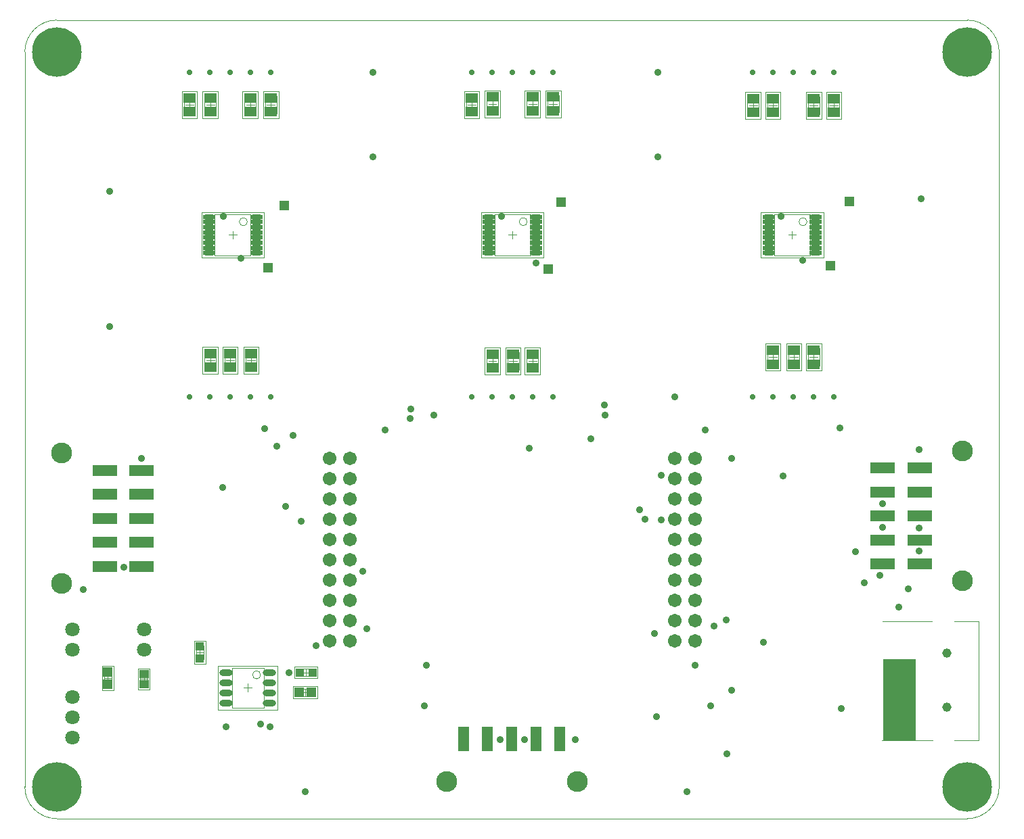
<source format=gbs>
G04*
G04 #@! TF.GenerationSoftware,Altium Limited,Altium Designer,18.1.11 (251)*
G04*
G04 Layer_Color=16711935*
%FSLAX25Y25*%
%MOIN*%
G70*
G01*
G75*
%ADD13C,0.00394*%
%ADD14R,0.15945X0.40158*%
%ADD15C,0.00197*%
%ADD20C,0.07099*%
%ADD21C,0.06706*%
%ADD22C,0.02769*%
%ADD23C,0.03556*%
%ADD24C,0.10288*%
%ADD25C,0.04540*%
%ADD26C,0.24422*%
%ADD46R,0.04737X0.04934*%
%ADD47R,0.04540X0.04147*%
%ADD48R,0.04343X0.04147*%
%ADD49R,0.12296X0.05800*%
%ADD50R,0.05800X0.12296*%
%ADD51R,0.06312X0.05131*%
%ADD52O,0.06509X0.03162*%
%ADD53O,0.06312X0.02572*%
%ADD54R,0.04147X0.04343*%
%ADD55R,0.04934X0.04737*%
D13*
X577461Y406496D02*
X602067D01*
X577362Y347638D02*
X602165D01*
X624803D02*
Y406496D01*
X612894D02*
X624803D01*
X612894Y347638D02*
X624803D01*
X155118Y324803D02*
G03*
X170866Y309055I15748J0D01*
G01*
X619291D02*
G03*
X635039Y324803I0J15748D01*
G01*
Y687008D02*
G03*
X619291Y702756I-15748J0D01*
G01*
X170866D02*
G03*
X155118Y687008I0J-15748D01*
G01*
X170866Y309055D02*
X619291Y309055D01*
X170866Y702756D02*
X619291Y702756D01*
X155118Y324803D02*
X155118Y687008D01*
X635039Y324803D02*
X635039Y687008D01*
X271260Y379921D02*
G03*
X271260Y379921I-1969J0D01*
G01*
X540354Y603346D02*
G03*
X540354Y603346I-1969J0D01*
G01*
X402559D02*
G03*
X402559Y603346I-1969J0D01*
G01*
X264764D02*
G03*
X264764Y603346I-1969J0D01*
G01*
X211910Y374606D02*
Y381299D01*
X215650Y374606D02*
Y381299D01*
X211910D02*
X215650D01*
X211910Y374606D02*
X215650D01*
X194095Y374803D02*
Y381890D01*
X198031Y374803D02*
Y381890D01*
X194095D02*
X198031D01*
X194095Y374803D02*
X198031D01*
X239567Y387598D02*
X243110D01*
X239567Y394291D02*
X243110D01*
Y387598D02*
Y394291D01*
X239567Y387598D02*
Y394291D01*
X243701Y656791D02*
Y665256D01*
X249213Y656791D02*
Y665256D01*
X243701D02*
X249213D01*
X243701Y656791D02*
X249213D01*
X272835Y363779D02*
Y383465D01*
X257087Y363779D02*
Y383465D01*
X272835D01*
X257087Y363779D02*
X272835D01*
X524213Y586811D02*
X541929D01*
X524213Y606890D02*
X541929D01*
X524213Y586811D02*
Y606890D01*
X541929Y586811D02*
Y606890D01*
X386417Y586811D02*
X404134D01*
X386417Y606890D02*
X404134D01*
X386417Y586811D02*
Y606890D01*
X404134Y586811D02*
Y606890D01*
X248622Y586811D02*
X266339D01*
X248622Y606890D02*
X266339D01*
X248622Y586811D02*
Y606890D01*
X266339Y586811D02*
Y606890D01*
X290354Y382874D02*
X297047D01*
X290354Y379331D02*
X297047D01*
Y382874D01*
X290354Y379331D02*
Y382874D01*
X540945Y656398D02*
X546457D01*
X540945Y664862D02*
X546457D01*
Y656398D02*
Y664862D01*
X540945Y656398D02*
Y664862D01*
X550787Y656398D02*
X556299D01*
X550787Y664862D02*
X556299D01*
Y656398D02*
Y664862D01*
X550787Y656398D02*
Y664862D01*
X540945Y540846D02*
X546457D01*
X540945Y532382D02*
X546457D01*
X540945D02*
Y540846D01*
X546457Y532382D02*
Y540846D01*
X531102D02*
X536614D01*
X531102Y532382D02*
X536614D01*
X531102D02*
Y540846D01*
X536614Y532382D02*
Y540846D01*
X520866D02*
X526378D01*
X520866Y532382D02*
X526378D01*
X520866D02*
Y540846D01*
X526378Y532382D02*
Y540846D01*
X511024Y656398D02*
X516535D01*
X511024Y664862D02*
X516535D01*
Y656398D02*
Y664862D01*
X511024Y656398D02*
Y664862D01*
X520866Y656398D02*
X526378D01*
X520866Y664862D02*
X526378D01*
Y656398D02*
Y664862D01*
X520866Y656398D02*
Y664862D01*
X402362Y657185D02*
X407874D01*
X402362Y665650D02*
X407874D01*
Y657185D02*
Y665650D01*
X402362Y657185D02*
Y665650D01*
X263386Y656791D02*
X268898D01*
X263386Y665256D02*
X268898D01*
Y656791D02*
Y665256D01*
X263386Y656791D02*
Y665256D01*
X412598Y657185D02*
X418110D01*
X412598Y665650D02*
X418110D01*
Y657185D02*
Y665650D01*
X412598Y657185D02*
Y665650D01*
X273622Y656791D02*
X279134D01*
X273622Y665256D02*
X279134D01*
Y656791D02*
Y665256D01*
X273622Y656791D02*
Y665256D01*
X402362Y538878D02*
X407874D01*
X402362Y530413D02*
X407874D01*
X402362D02*
Y538878D01*
X407874Y530413D02*
Y538878D01*
X263779Y539272D02*
X269291D01*
X263779Y530807D02*
X269291D01*
X263779D02*
Y539272D01*
X269291Y530807D02*
Y539272D01*
X392913Y538878D02*
X398425D01*
X392913Y530413D02*
X398425D01*
X392913D02*
Y538878D01*
X398425Y530413D02*
Y538878D01*
X253543Y539272D02*
X259055D01*
X253543Y530807D02*
X259055D01*
X253543D02*
Y539272D01*
X259055Y530807D02*
Y539272D01*
X382677Y538878D02*
X388189D01*
X382677Y530413D02*
X388189D01*
X382677D02*
Y538878D01*
X388189Y530413D02*
Y538878D01*
X243701Y539272D02*
X249213D01*
X243701Y530807D02*
X249213D01*
X243701D02*
Y539272D01*
X249213Y530807D02*
Y539272D01*
X372441Y656791D02*
X377953D01*
X372441Y665256D02*
X377953D01*
Y656791D02*
Y665256D01*
X372441Y656791D02*
Y665256D01*
X233465Y656791D02*
X238976D01*
X233465Y665256D02*
X238976D01*
Y656791D02*
Y665256D01*
X233465Y656791D02*
Y665256D01*
X382677Y657185D02*
X388189D01*
X382677Y665650D02*
X388189D01*
Y657185D02*
Y665650D01*
X382677Y657185D02*
Y665650D01*
X296752Y369390D02*
Y373130D01*
X289862Y369390D02*
Y373130D01*
X296752D01*
X289862Y369390D02*
X296752D01*
X211910Y377953D02*
X215650D01*
X213779Y376083D02*
Y379823D01*
X194095Y378346D02*
X198031D01*
X196063Y376378D02*
Y380315D01*
X241339Y389173D02*
Y392717D01*
X239567Y390945D02*
X243110D01*
X244488Y661024D02*
X248425D01*
X246457Y659055D02*
Y662992D01*
X262992Y373622D02*
X266929D01*
X264961Y371654D02*
Y375590D01*
X533071Y594882D02*
Y598819D01*
X531102Y596850D02*
X535039D01*
X395276Y594882D02*
Y598819D01*
X393307Y596850D02*
X397244D01*
X257480Y594882D02*
Y598819D01*
X255512Y596850D02*
X259449D01*
X293701Y379331D02*
Y382874D01*
X291929Y381102D02*
X295472D01*
X543701Y658661D02*
Y662598D01*
X541732Y660630D02*
X545669D01*
X553543Y658661D02*
Y662598D01*
X551575Y660630D02*
X555512D01*
X543701Y534646D02*
Y538583D01*
X541732Y536614D02*
X545669D01*
X533858Y534646D02*
Y538583D01*
X531890Y536614D02*
X535827D01*
X523622Y534646D02*
Y538583D01*
X521654Y536614D02*
X525591D01*
X513779Y658661D02*
Y662598D01*
X511811Y660630D02*
X515748D01*
X523622Y658661D02*
Y662598D01*
X521654Y660630D02*
X525591D01*
X405118Y659449D02*
Y663386D01*
X403150Y661417D02*
X407087D01*
X266142Y659055D02*
Y662992D01*
X264173Y661024D02*
X268110D01*
X415354Y659449D02*
Y663386D01*
X413386Y661417D02*
X417323D01*
X276378Y659055D02*
Y662992D01*
X274410Y661024D02*
X278346D01*
X405118Y532677D02*
Y536614D01*
X403150Y534646D02*
X407087D01*
X266535Y533071D02*
Y537008D01*
X264567Y535039D02*
X268504D01*
X395669Y532677D02*
Y536614D01*
X393701Y534646D02*
X397638D01*
X256299Y533071D02*
Y537008D01*
X254331Y535039D02*
X258268D01*
X385433Y532677D02*
Y536614D01*
X383465Y534646D02*
X387402D01*
X246457Y533071D02*
Y537008D01*
X244488Y535039D02*
X248425D01*
X375197Y659055D02*
Y662992D01*
X373228Y661024D02*
X377165D01*
X236221Y659055D02*
Y662992D01*
X234252Y661024D02*
X238189D01*
X385433Y659449D02*
Y663386D01*
X383465Y661417D02*
X387402D01*
X291437Y371260D02*
X295177D01*
X293307Y369390D02*
Y373130D01*
D14*
X585925Y367814D02*
D03*
D15*
X210827Y372835D02*
Y383071D01*
X216732Y372835D02*
Y383071D01*
X210827D02*
X216732D01*
X210827Y372835D02*
X216732D01*
X193110Y372441D02*
Y384252D01*
X199016Y372441D02*
Y384252D01*
X193110D02*
X199016D01*
X193110Y372441D02*
X199016D01*
X238583Y385236D02*
X244094D01*
X238583Y396654D02*
X244094D01*
Y385236D02*
Y396654D01*
X238583Y385236D02*
Y396654D01*
X242717Y654331D02*
Y667717D01*
X250197Y654331D02*
Y667717D01*
X242717D02*
X250197D01*
X242717Y654331D02*
X250197D01*
X279528Y362795D02*
Y384449D01*
X250394Y362795D02*
Y384449D01*
X279528D01*
X250394Y362795D02*
X279528D01*
X517717Y585827D02*
X548425D01*
X517717Y607874D02*
X548425D01*
X517717Y585827D02*
Y607874D01*
X548425Y585827D02*
Y607874D01*
X379921Y585827D02*
X410630D01*
X379921Y607874D02*
X410630D01*
X379921Y585827D02*
Y607874D01*
X410630Y585827D02*
Y607874D01*
X242126Y585827D02*
X272835D01*
X242126Y607874D02*
X272835D01*
X242126Y585827D02*
Y607874D01*
X272835Y585827D02*
Y607874D01*
X287992Y383858D02*
X299410D01*
X287992Y378346D02*
X299410D01*
Y383858D01*
X287992Y378346D02*
Y383858D01*
X539961Y653937D02*
X547441D01*
X539961Y667323D02*
X547441D01*
Y653937D02*
Y667323D01*
X539961Y653937D02*
Y667323D01*
X549803Y653937D02*
X557283D01*
X549803Y667323D02*
X557283D01*
Y653937D02*
Y667323D01*
X549803Y653937D02*
Y667323D01*
X539961Y543307D02*
X547441D01*
X539961Y529921D02*
X547441D01*
X539961D02*
Y543307D01*
X547441Y529921D02*
Y543307D01*
X530118D02*
X537598D01*
X530118Y529921D02*
X537598D01*
X530118D02*
Y543307D01*
X537598Y529921D02*
Y543307D01*
X519882D02*
X527362D01*
X519882Y529921D02*
X527362D01*
X519882D02*
Y543307D01*
X527362Y529921D02*
Y543307D01*
X510039Y653937D02*
X517520D01*
X510039Y667323D02*
X517520D01*
Y653937D02*
Y667323D01*
X510039Y653937D02*
Y667323D01*
X519882Y653937D02*
X527362D01*
X519882Y667323D02*
X527362D01*
Y653937D02*
Y667323D01*
X519882Y653937D02*
Y667323D01*
X401378Y654724D02*
X408858D01*
X401378Y668110D02*
X408858D01*
Y654724D02*
Y668110D01*
X401378Y654724D02*
Y668110D01*
X262402Y654331D02*
X269882D01*
X262402Y667717D02*
X269882D01*
Y654331D02*
Y667717D01*
X262402Y654331D02*
Y667717D01*
X411614Y654724D02*
X419095D01*
X411614Y668110D02*
X419095D01*
Y654724D02*
Y668110D01*
X411614Y654724D02*
Y668110D01*
X272638Y654331D02*
X280118D01*
X272638Y667717D02*
X280118D01*
Y654331D02*
Y667717D01*
X272638Y654331D02*
Y667717D01*
X401378Y541339D02*
X408858D01*
X401378Y527953D02*
X408858D01*
X401378D02*
Y541339D01*
X408858Y527953D02*
Y541339D01*
X262795Y541732D02*
X270276D01*
X262795Y528346D02*
X270276D01*
X262795D02*
Y541732D01*
X270276Y528346D02*
Y541732D01*
X391929Y541339D02*
X399409D01*
X391929Y527953D02*
X399409D01*
X391929D02*
Y541339D01*
X399409Y527953D02*
Y541339D01*
X252559Y541732D02*
X260039D01*
X252559Y528346D02*
X260039D01*
X252559D02*
Y541732D01*
X260039Y528346D02*
Y541732D01*
X381693Y541339D02*
X389173D01*
X381693Y527953D02*
X389173D01*
X381693D02*
Y541339D01*
X389173Y527953D02*
Y541339D01*
X242717Y541732D02*
X250197D01*
X242717Y528346D02*
X250197D01*
X242717D02*
Y541732D01*
X250197Y528346D02*
Y541732D01*
X371457Y654331D02*
X378937D01*
X371457Y667717D02*
X378937D01*
Y654331D02*
Y667717D01*
X371457Y654331D02*
Y667717D01*
X232480Y654331D02*
X239961D01*
X232480Y667717D02*
X239961D01*
Y654331D02*
Y667717D01*
X232480Y654331D02*
Y667717D01*
X381693Y654724D02*
X389173D01*
X381693Y668110D02*
X389173D01*
Y654724D02*
Y668110D01*
X381693Y654724D02*
Y668110D01*
X299213Y368307D02*
Y374213D01*
X287402Y368307D02*
Y374213D01*
X299213D01*
X287402Y368307D02*
X299213D01*
D20*
X213779Y402362D02*
D03*
Y392362D02*
D03*
X178740Y402362D02*
D03*
Y392362D02*
D03*
Y369055D02*
D03*
Y359055D02*
D03*
Y349055D02*
D03*
D21*
X485354Y486614D02*
D03*
Y476614D02*
D03*
Y466614D02*
D03*
Y456614D02*
D03*
Y446614D02*
D03*
Y436614D02*
D03*
Y426614D02*
D03*
Y416614D02*
D03*
Y406614D02*
D03*
Y396614D02*
D03*
X475354Y486614D02*
D03*
Y476614D02*
D03*
Y466614D02*
D03*
Y456614D02*
D03*
Y446614D02*
D03*
Y436614D02*
D03*
Y426614D02*
D03*
Y416614D02*
D03*
Y406614D02*
D03*
Y396614D02*
D03*
X315354Y486614D02*
D03*
Y476614D02*
D03*
Y466614D02*
D03*
Y456614D02*
D03*
Y446614D02*
D03*
Y436614D02*
D03*
Y426614D02*
D03*
Y416614D02*
D03*
Y406614D02*
D03*
Y396614D02*
D03*
X305354Y486614D02*
D03*
Y476614D02*
D03*
Y466614D02*
D03*
Y456614D02*
D03*
Y446614D02*
D03*
Y436614D02*
D03*
Y426614D02*
D03*
Y416614D02*
D03*
Y406614D02*
D03*
Y396614D02*
D03*
D22*
X523543Y517165D02*
D03*
Y677165D02*
D03*
X533543Y517165D02*
D03*
Y677165D02*
D03*
X543543Y517165D02*
D03*
Y677165D02*
D03*
X513543Y517165D02*
D03*
Y677165D02*
D03*
X553543Y517165D02*
D03*
Y677165D02*
D03*
X385354Y516929D02*
D03*
Y676929D02*
D03*
X395354Y516929D02*
D03*
Y676929D02*
D03*
X405354Y516929D02*
D03*
Y676929D02*
D03*
X375354Y516929D02*
D03*
Y676929D02*
D03*
X415354Y516929D02*
D03*
Y676929D02*
D03*
X246378Y516929D02*
D03*
Y676929D02*
D03*
X256378Y516929D02*
D03*
Y676929D02*
D03*
X266378Y516929D02*
D03*
Y676929D02*
D03*
X236378Y516929D02*
D03*
Y676929D02*
D03*
X276378Y516929D02*
D03*
Y676929D02*
D03*
D23*
X481102Y322342D02*
D03*
X293307D02*
D03*
X596555Y614567D02*
D03*
X197047Y618405D02*
D03*
Y551772D02*
D03*
X252559Y472342D02*
D03*
X528543Y477953D02*
D03*
X403740Y491634D02*
D03*
X467028Y635335D02*
D03*
Y677067D02*
D03*
X326575Y635433D02*
D03*
Y677067D02*
D03*
X440551Y512992D02*
D03*
X273228Y501181D02*
D03*
X287402Y498032D02*
D03*
X279195Y492581D02*
D03*
X203937Y433071D02*
D03*
X465194Y400455D02*
D03*
X518898Y396063D02*
D03*
X485354Y384567D02*
D03*
X556692Y501574D02*
D03*
X433858Y496457D02*
D03*
X490158Y500787D02*
D03*
X457874Y461417D02*
D03*
X440945Y507874D02*
D03*
X460709Y456614D02*
D03*
X590158Y422441D02*
D03*
X585433Y413386D02*
D03*
X494487Y403936D02*
D03*
X500486Y407067D02*
D03*
X468504Y456299D02*
D03*
X332677Y500787D02*
D03*
X503150Y486614D02*
D03*
X576378Y429134D02*
D03*
X351969Y364567D02*
D03*
X275984Y354330D02*
D03*
X500787Y340945D02*
D03*
X254232Y354429D02*
D03*
X212598Y486614D02*
D03*
X389370Y348031D02*
D03*
X271260Y355512D02*
D03*
X345276Y511024D02*
D03*
X356614Y507874D02*
D03*
X401181Y348031D02*
D03*
X261614Y585335D02*
D03*
X538189Y584449D02*
D03*
X285103Y381122D02*
D03*
X298425Y394444D02*
D03*
X321654Y431102D02*
D03*
X568504Y425197D02*
D03*
X283465Y462992D02*
D03*
X577559Y464173D02*
D03*
X291339Y455512D02*
D03*
X564173Y440551D02*
D03*
X557087Y363386D02*
D03*
X183858Y422047D02*
D03*
X352836Y384565D02*
D03*
X492913Y364567D02*
D03*
X466240Y359350D02*
D03*
X595669Y490945D02*
D03*
X323622Y402756D02*
D03*
X503150Y372441D02*
D03*
X577559Y452756D02*
D03*
X344882Y506299D02*
D03*
X595669Y440945D02*
D03*
Y452362D02*
D03*
X475197Y516929D02*
D03*
X468504Y478346D02*
D03*
X406988Y583169D02*
D03*
X426378Y348031D02*
D03*
X527559Y605905D02*
D03*
X389764D02*
D03*
X252756D02*
D03*
D24*
X616968Y426181D02*
D03*
Y490354D02*
D03*
X173301Y425000D02*
D03*
Y489173D02*
D03*
X427106Y327264D02*
D03*
X362933D02*
D03*
D25*
X609154Y390748D02*
D03*
Y363976D02*
D03*
D26*
X619291Y324803D02*
D03*
Y687008D02*
D03*
X170866D02*
D03*
Y324803D02*
D03*
D46*
X561319Y613287D02*
D03*
X551772Y581791D02*
D03*
X419390Y612894D02*
D03*
X412894Y580118D02*
D03*
X274803Y580610D02*
D03*
X282972Y611319D02*
D03*
X196063Y381201D02*
D03*
Y375492D02*
D03*
D47*
X213779Y380413D02*
D03*
Y375492D02*
D03*
D48*
X241339Y387894D02*
D03*
Y393996D02*
D03*
D49*
X595787Y470079D02*
D03*
X577559D02*
D03*
X595787Y446457D02*
D03*
X577559D02*
D03*
X595787Y481890D02*
D03*
X577559D02*
D03*
X595787Y458268D02*
D03*
Y434646D02*
D03*
X577559D02*
D03*
Y458268D02*
D03*
X212710Y457087D02*
D03*
Y480709D02*
D03*
X194482D02*
D03*
Y457087D02*
D03*
X212710Y433465D02*
D03*
X194482D02*
D03*
X212710Y468898D02*
D03*
X194482D02*
D03*
X212710Y445276D02*
D03*
X194482D02*
D03*
D50*
X394882Y348425D02*
D03*
X371161D02*
D03*
X418602D02*
D03*
X383071D02*
D03*
X406791D02*
D03*
D51*
X246457Y664468D02*
D03*
Y657579D02*
D03*
X543701Y657185D02*
D03*
Y664075D02*
D03*
X553543Y657185D02*
D03*
Y664075D02*
D03*
X543701Y540059D02*
D03*
Y533169D02*
D03*
X533858Y540059D02*
D03*
Y533169D02*
D03*
X523622Y540059D02*
D03*
Y533169D02*
D03*
X513779Y657185D02*
D03*
Y664075D02*
D03*
X523622Y657185D02*
D03*
Y664075D02*
D03*
X405118Y657972D02*
D03*
Y664862D02*
D03*
X266142Y657579D02*
D03*
Y664468D02*
D03*
X415354Y657972D02*
D03*
Y664862D02*
D03*
X276378Y657579D02*
D03*
Y664468D02*
D03*
X405118Y538091D02*
D03*
Y531201D02*
D03*
X266535Y538484D02*
D03*
Y531595D02*
D03*
X395669Y538091D02*
D03*
Y531201D02*
D03*
X256299Y538484D02*
D03*
Y531595D02*
D03*
X385433Y538091D02*
D03*
Y531201D02*
D03*
X246457Y538484D02*
D03*
Y531595D02*
D03*
X375197Y657579D02*
D03*
Y664468D02*
D03*
X236221Y657579D02*
D03*
Y664468D02*
D03*
X385433Y657972D02*
D03*
Y664862D02*
D03*
D52*
X275689Y381122D02*
D03*
Y376122D02*
D03*
Y371122D02*
D03*
Y366122D02*
D03*
X254232Y381122D02*
D03*
Y376122D02*
D03*
Y371122D02*
D03*
Y366122D02*
D03*
D53*
X521457Y587894D02*
D03*
Y590453D02*
D03*
Y593012D02*
D03*
Y595571D02*
D03*
Y598130D02*
D03*
Y600689D02*
D03*
Y603248D02*
D03*
Y605807D02*
D03*
X544685Y587894D02*
D03*
Y590453D02*
D03*
Y593012D02*
D03*
Y595571D02*
D03*
Y598130D02*
D03*
Y600689D02*
D03*
Y603248D02*
D03*
Y605807D02*
D03*
X383661Y587894D02*
D03*
Y590453D02*
D03*
Y593012D02*
D03*
Y595571D02*
D03*
Y598130D02*
D03*
Y600689D02*
D03*
Y603248D02*
D03*
Y605807D02*
D03*
X406890Y587894D02*
D03*
Y590453D02*
D03*
Y593012D02*
D03*
Y595571D02*
D03*
Y598130D02*
D03*
Y600689D02*
D03*
Y603248D02*
D03*
Y605807D02*
D03*
X245866Y587894D02*
D03*
Y590453D02*
D03*
Y593012D02*
D03*
Y595571D02*
D03*
Y598130D02*
D03*
Y600689D02*
D03*
Y603248D02*
D03*
Y605807D02*
D03*
X269094Y587894D02*
D03*
Y590453D02*
D03*
Y593012D02*
D03*
Y595571D02*
D03*
Y598130D02*
D03*
Y600689D02*
D03*
Y603248D02*
D03*
Y605807D02*
D03*
D54*
X296752Y381102D02*
D03*
X290650D02*
D03*
D55*
X296260Y371260D02*
D03*
X290354D02*
D03*
M02*

</source>
